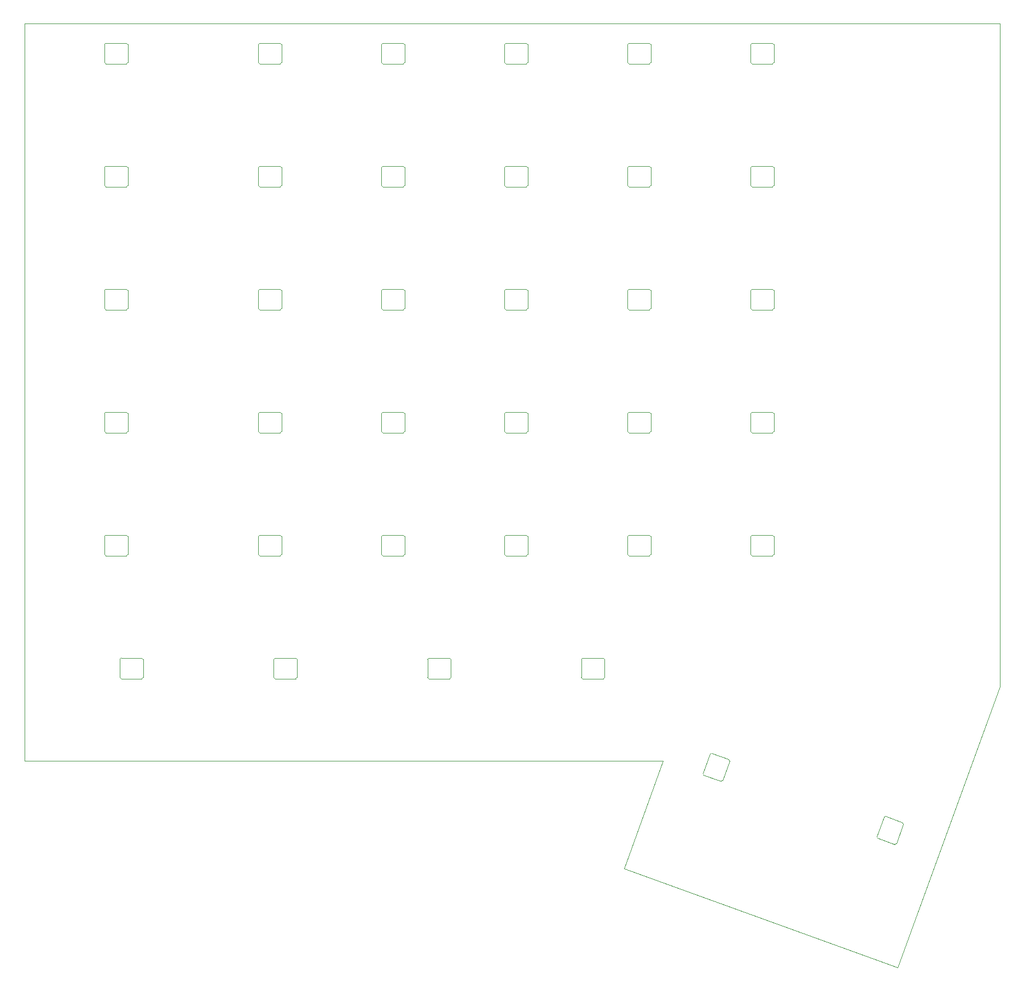
<source format=gbr>
G04 #@! TF.GenerationSoftware,KiCad,Pcbnew,(5.1.6)-1*
G04 #@! TF.CreationDate,2020-09-20T11:30:12-07:00*
G04 #@! TF.ProjectId,ortho_half,6f727468-6f5f-4686-916c-662e6b696361,rev?*
G04 #@! TF.SameCoordinates,Original*
G04 #@! TF.FileFunction,Profile,NP*
%FSLAX46Y46*%
G04 Gerber Fmt 4.6, Leading zero omitted, Abs format (unit mm)*
G04 Created by KiCad (PCBNEW (5.1.6)-1) date 2020-09-20 11:30:12*
%MOMM*%
%LPD*%
G01*
G04 APERTURE LIST*
G04 #@! TA.AperFunction,Profile*
%ADD10C,0.050000*%
G04 #@! TD*
G04 #@! TA.AperFunction,Profile*
%ADD11C,0.120000*%
G04 #@! TD*
G04 APERTURE END LIST*
D10*
X139974500Y-160545000D02*
X155812500Y-117040000D01*
X97643000Y-145247500D02*
X103708000Y-128587500D01*
X103708000Y-128587500D02*
X4876800Y-128587500D01*
X139974500Y-160545000D02*
X97643000Y-145247500D01*
X155812500Y-14400000D02*
X155812500Y-117040000D01*
X4876800Y-14400000D02*
X155812500Y-14400000D01*
X4876800Y-128587500D02*
X4876800Y-14400000D01*
D11*
X136800898Y-140300935D02*
X137895363Y-137293918D01*
X138151705Y-137174384D02*
X140782845Y-138132040D01*
X139807915Y-141395399D02*
X140902379Y-138388383D01*
X136920433Y-140557277D02*
X139551572Y-141514934D01*
X140782844Y-138132040D02*
G75*
G02*
X140902379Y-138388383I-68404J-187939D01*
G01*
X139807915Y-141395399D02*
G75*
G02*
X139551572Y-141514934I-187939J68404D01*
G01*
X137895363Y-137293918D02*
G75*
G02*
X138151705Y-137174384I187938J-68404D01*
G01*
X136920433Y-140557278D02*
G75*
G02*
X136800898Y-140300935I68404J187939D01*
G01*
X113980186Y-128589505D02*
X112885721Y-131596522D01*
X112629379Y-131716056D02*
X109998239Y-130758400D01*
X110973169Y-127495041D02*
X109878705Y-130502057D01*
X113860651Y-128333163D02*
X111229512Y-127375506D01*
X109998240Y-130758400D02*
G75*
G02*
X109878705Y-130502057I68404J187939D01*
G01*
X110973169Y-127495041D02*
G75*
G02*
X111229512Y-127375506I187939J-68404D01*
G01*
X112885721Y-131596522D02*
G75*
G02*
X112629379Y-131716056I-187938J68404D01*
G01*
X113860651Y-128333162D02*
G75*
G02*
X113980186Y-128589505I-68404J-187939D01*
G01*
X94668500Y-115662500D02*
G75*
G02*
X94468500Y-115862500I-200000J0D01*
G01*
X91268500Y-115862500D02*
G75*
G02*
X91068500Y-115662500I0J200000D01*
G01*
X94468500Y-112662500D02*
G75*
G02*
X94668500Y-112862500I0J-200000D01*
G01*
X91068500Y-112862500D02*
G75*
G02*
X91268500Y-112662500I200000J0D01*
G01*
X94668500Y-115662500D02*
X94668500Y-112862500D01*
X94468500Y-112662500D02*
X91268500Y-112662500D01*
X91068500Y-115662500D02*
X91068500Y-112862500D01*
X94468500Y-115862500D02*
X91268500Y-115862500D01*
X70856000Y-115662500D02*
G75*
G02*
X70656000Y-115862500I-200000J0D01*
G01*
X67456000Y-115862500D02*
G75*
G02*
X67256000Y-115662500I0J200000D01*
G01*
X70656000Y-112662500D02*
G75*
G02*
X70856000Y-112862500I0J-200000D01*
G01*
X67256000Y-112862500D02*
G75*
G02*
X67456000Y-112662500I200000J0D01*
G01*
X70856000Y-115662500D02*
X70856000Y-112862500D01*
X70656000Y-112662500D02*
X67456000Y-112662500D01*
X67256000Y-115662500D02*
X67256000Y-112862500D01*
X70656000Y-115862500D02*
X67456000Y-115862500D01*
X47043500Y-115662500D02*
G75*
G02*
X46843500Y-115862500I-200000J0D01*
G01*
X43643500Y-115862500D02*
G75*
G02*
X43443500Y-115662500I0J200000D01*
G01*
X46843500Y-112662500D02*
G75*
G02*
X47043500Y-112862500I0J-200000D01*
G01*
X43443500Y-112862500D02*
G75*
G02*
X43643500Y-112662500I200000J0D01*
G01*
X47043500Y-115662500D02*
X47043500Y-112862500D01*
X46843500Y-112662500D02*
X43643500Y-112662500D01*
X43443500Y-115662500D02*
X43443500Y-112862500D01*
X46843500Y-115862500D02*
X43643500Y-115862500D01*
X23231000Y-115662500D02*
G75*
G02*
X23031000Y-115862500I-200000J0D01*
G01*
X19831000Y-115862500D02*
G75*
G02*
X19631000Y-115662500I0J200000D01*
G01*
X23031000Y-112662500D02*
G75*
G02*
X23231000Y-112862500I0J-200000D01*
G01*
X19631000Y-112862500D02*
G75*
G02*
X19831000Y-112662500I200000J0D01*
G01*
X23231000Y-115662500D02*
X23231000Y-112862500D01*
X23031000Y-112662500D02*
X19831000Y-112662500D01*
X19631000Y-115662500D02*
X19631000Y-112862500D01*
X23031000Y-115862500D02*
X19831000Y-115862500D01*
X120862500Y-96612500D02*
G75*
G02*
X120662500Y-96812500I-200000J0D01*
G01*
X117462500Y-96812500D02*
G75*
G02*
X117262500Y-96612500I0J200000D01*
G01*
X120662500Y-93612500D02*
G75*
G02*
X120862500Y-93812500I0J-200000D01*
G01*
X117262500Y-93812500D02*
G75*
G02*
X117462500Y-93612500I200000J0D01*
G01*
X120862500Y-96612500D02*
X120862500Y-93812500D01*
X120662500Y-93612500D02*
X117462500Y-93612500D01*
X117262500Y-96612500D02*
X117262500Y-93812500D01*
X120662500Y-96812500D02*
X117462500Y-96812500D01*
X101812500Y-96612500D02*
G75*
G02*
X101612500Y-96812500I-200000J0D01*
G01*
X98412500Y-96812500D02*
G75*
G02*
X98212500Y-96612500I0J200000D01*
G01*
X101612500Y-93612500D02*
G75*
G02*
X101812500Y-93812500I0J-200000D01*
G01*
X98212500Y-93812500D02*
G75*
G02*
X98412500Y-93612500I200000J0D01*
G01*
X101812500Y-96612500D02*
X101812500Y-93812500D01*
X101612500Y-93612500D02*
X98412500Y-93612500D01*
X98212500Y-96612500D02*
X98212500Y-93812500D01*
X101612500Y-96812500D02*
X98412500Y-96812500D01*
X82762500Y-96612500D02*
G75*
G02*
X82562500Y-96812500I-200000J0D01*
G01*
X79362500Y-96812500D02*
G75*
G02*
X79162500Y-96612500I0J200000D01*
G01*
X82562500Y-93612500D02*
G75*
G02*
X82762500Y-93812500I0J-200000D01*
G01*
X79162500Y-93812500D02*
G75*
G02*
X79362500Y-93612500I200000J0D01*
G01*
X82762500Y-96612500D02*
X82762500Y-93812500D01*
X82562500Y-93612500D02*
X79362500Y-93612500D01*
X79162500Y-96612500D02*
X79162500Y-93812500D01*
X82562500Y-96812500D02*
X79362500Y-96812500D01*
X63712500Y-96612500D02*
G75*
G02*
X63512500Y-96812500I-200000J0D01*
G01*
X60312500Y-96812500D02*
G75*
G02*
X60112500Y-96612500I0J200000D01*
G01*
X63512500Y-93612500D02*
G75*
G02*
X63712500Y-93812500I0J-200000D01*
G01*
X60112500Y-93812500D02*
G75*
G02*
X60312500Y-93612500I200000J0D01*
G01*
X63712500Y-96612500D02*
X63712500Y-93812500D01*
X63512500Y-93612500D02*
X60312500Y-93612500D01*
X60112500Y-96612500D02*
X60112500Y-93812500D01*
X63512500Y-96812500D02*
X60312500Y-96812500D01*
X44662500Y-96612500D02*
G75*
G02*
X44462500Y-96812500I-200000J0D01*
G01*
X41262500Y-96812500D02*
G75*
G02*
X41062500Y-96612500I0J200000D01*
G01*
X44462500Y-93612500D02*
G75*
G02*
X44662500Y-93812500I0J-200000D01*
G01*
X41062500Y-93812500D02*
G75*
G02*
X41262500Y-93612500I200000J0D01*
G01*
X44662500Y-96612500D02*
X44662500Y-93812500D01*
X44462500Y-93612500D02*
X41262500Y-93612500D01*
X41062500Y-96612500D02*
X41062500Y-93812500D01*
X44462500Y-96812500D02*
X41262500Y-96812500D01*
X17250500Y-93812500D02*
G75*
G02*
X17450500Y-93612500I200000J0D01*
G01*
X20650500Y-93612500D02*
G75*
G02*
X20850500Y-93812500I0J-200000D01*
G01*
X17450500Y-96812500D02*
G75*
G02*
X17250500Y-96612500I0J200000D01*
G01*
X20850500Y-96612500D02*
G75*
G02*
X20650500Y-96812500I-200000J0D01*
G01*
X20650500Y-96812500D02*
X17450500Y-96812500D01*
X17250500Y-96612500D02*
X17250500Y-93812500D01*
X20650500Y-93612500D02*
X17450500Y-93612500D01*
X20850500Y-96612500D02*
X20850500Y-93812500D01*
X120862500Y-77562500D02*
G75*
G02*
X120662500Y-77762500I-200000J0D01*
G01*
X117462500Y-77762500D02*
G75*
G02*
X117262500Y-77562500I0J200000D01*
G01*
X120662500Y-74562500D02*
G75*
G02*
X120862500Y-74762500I0J-200000D01*
G01*
X117262500Y-74762500D02*
G75*
G02*
X117462500Y-74562500I200000J0D01*
G01*
X120862500Y-77562500D02*
X120862500Y-74762500D01*
X120662500Y-74562500D02*
X117462500Y-74562500D01*
X117262500Y-77562500D02*
X117262500Y-74762500D01*
X120662500Y-77762500D02*
X117462500Y-77762500D01*
X101812500Y-77562500D02*
G75*
G02*
X101612500Y-77762500I-200000J0D01*
G01*
X98412500Y-77762500D02*
G75*
G02*
X98212500Y-77562500I0J200000D01*
G01*
X101612500Y-74562500D02*
G75*
G02*
X101812500Y-74762500I0J-200000D01*
G01*
X98212500Y-74762500D02*
G75*
G02*
X98412500Y-74562500I200000J0D01*
G01*
X101812500Y-77562500D02*
X101812500Y-74762500D01*
X101612500Y-74562500D02*
X98412500Y-74562500D01*
X98212500Y-77562500D02*
X98212500Y-74762500D01*
X101612500Y-77762500D02*
X98412500Y-77762500D01*
X82762500Y-77562500D02*
G75*
G02*
X82562500Y-77762500I-200000J0D01*
G01*
X79362500Y-77762500D02*
G75*
G02*
X79162500Y-77562500I0J200000D01*
G01*
X82562500Y-74562500D02*
G75*
G02*
X82762500Y-74762500I0J-200000D01*
G01*
X79162500Y-74762500D02*
G75*
G02*
X79362500Y-74562500I200000J0D01*
G01*
X82762500Y-77562500D02*
X82762500Y-74762500D01*
X82562500Y-74562500D02*
X79362500Y-74562500D01*
X79162500Y-77562500D02*
X79162500Y-74762500D01*
X82562500Y-77762500D02*
X79362500Y-77762500D01*
X63712500Y-77562500D02*
G75*
G02*
X63512500Y-77762500I-200000J0D01*
G01*
X60312500Y-77762500D02*
G75*
G02*
X60112500Y-77562500I0J200000D01*
G01*
X63512500Y-74562500D02*
G75*
G02*
X63712500Y-74762500I0J-200000D01*
G01*
X60112500Y-74762500D02*
G75*
G02*
X60312500Y-74562500I200000J0D01*
G01*
X63712500Y-77562500D02*
X63712500Y-74762500D01*
X63512500Y-74562500D02*
X60312500Y-74562500D01*
X60112500Y-77562500D02*
X60112500Y-74762500D01*
X63512500Y-77762500D02*
X60312500Y-77762500D01*
X44662500Y-77562500D02*
G75*
G02*
X44462500Y-77762500I-200000J0D01*
G01*
X41262500Y-77762500D02*
G75*
G02*
X41062500Y-77562500I0J200000D01*
G01*
X44462500Y-74562500D02*
G75*
G02*
X44662500Y-74762500I0J-200000D01*
G01*
X41062500Y-74762500D02*
G75*
G02*
X41262500Y-74562500I200000J0D01*
G01*
X44662500Y-77562500D02*
X44662500Y-74762500D01*
X44462500Y-74562500D02*
X41262500Y-74562500D01*
X41062500Y-77562500D02*
X41062500Y-74762500D01*
X44462500Y-77762500D02*
X41262500Y-77762500D01*
X17250500Y-74762500D02*
G75*
G02*
X17450500Y-74562500I200000J0D01*
G01*
X20650500Y-74562500D02*
G75*
G02*
X20850500Y-74762500I0J-200000D01*
G01*
X17450500Y-77762500D02*
G75*
G02*
X17250500Y-77562500I0J200000D01*
G01*
X20850500Y-77562500D02*
G75*
G02*
X20650500Y-77762500I-200000J0D01*
G01*
X20650500Y-77762500D02*
X17450500Y-77762500D01*
X17250500Y-77562500D02*
X17250500Y-74762500D01*
X20650500Y-74562500D02*
X17450500Y-74562500D01*
X20850500Y-77562500D02*
X20850500Y-74762500D01*
X120862500Y-58512500D02*
G75*
G02*
X120662500Y-58712500I-200000J0D01*
G01*
X117462500Y-58712500D02*
G75*
G02*
X117262500Y-58512500I0J200000D01*
G01*
X120662500Y-55512500D02*
G75*
G02*
X120862500Y-55712500I0J-200000D01*
G01*
X117262500Y-55712500D02*
G75*
G02*
X117462500Y-55512500I200000J0D01*
G01*
X120862500Y-58512500D02*
X120862500Y-55712500D01*
X120662500Y-55512500D02*
X117462500Y-55512500D01*
X117262500Y-58512500D02*
X117262500Y-55712500D01*
X120662500Y-58712500D02*
X117462500Y-58712500D01*
X101812500Y-58512500D02*
G75*
G02*
X101612500Y-58712500I-200000J0D01*
G01*
X98412500Y-58712500D02*
G75*
G02*
X98212500Y-58512500I0J200000D01*
G01*
X101612500Y-55512500D02*
G75*
G02*
X101812500Y-55712500I0J-200000D01*
G01*
X98212500Y-55712500D02*
G75*
G02*
X98412500Y-55512500I200000J0D01*
G01*
X101812500Y-58512500D02*
X101812500Y-55712500D01*
X101612500Y-55512500D02*
X98412500Y-55512500D01*
X98212500Y-58512500D02*
X98212500Y-55712500D01*
X101612500Y-58712500D02*
X98412500Y-58712500D01*
X82762500Y-58512500D02*
G75*
G02*
X82562500Y-58712500I-200000J0D01*
G01*
X79362500Y-58712500D02*
G75*
G02*
X79162500Y-58512500I0J200000D01*
G01*
X82562500Y-55512500D02*
G75*
G02*
X82762500Y-55712500I0J-200000D01*
G01*
X79162500Y-55712500D02*
G75*
G02*
X79362500Y-55512500I200000J0D01*
G01*
X82762500Y-58512500D02*
X82762500Y-55712500D01*
X82562500Y-55512500D02*
X79362500Y-55512500D01*
X79162500Y-58512500D02*
X79162500Y-55712500D01*
X82562500Y-58712500D02*
X79362500Y-58712500D01*
X63712500Y-58512500D02*
G75*
G02*
X63512500Y-58712500I-200000J0D01*
G01*
X60312500Y-58712500D02*
G75*
G02*
X60112500Y-58512500I0J200000D01*
G01*
X63512500Y-55512500D02*
G75*
G02*
X63712500Y-55712500I0J-200000D01*
G01*
X60112500Y-55712500D02*
G75*
G02*
X60312500Y-55512500I200000J0D01*
G01*
X63712500Y-58512500D02*
X63712500Y-55712500D01*
X63512500Y-55512500D02*
X60312500Y-55512500D01*
X60112500Y-58512500D02*
X60112500Y-55712500D01*
X63512500Y-58712500D02*
X60312500Y-58712500D01*
X44662500Y-58512500D02*
G75*
G02*
X44462500Y-58712500I-200000J0D01*
G01*
X41262500Y-58712500D02*
G75*
G02*
X41062500Y-58512500I0J200000D01*
G01*
X44462500Y-55512500D02*
G75*
G02*
X44662500Y-55712500I0J-200000D01*
G01*
X41062500Y-55712500D02*
G75*
G02*
X41262500Y-55512500I200000J0D01*
G01*
X44662500Y-58512500D02*
X44662500Y-55712500D01*
X44462500Y-55512500D02*
X41262500Y-55512500D01*
X41062500Y-58512500D02*
X41062500Y-55712500D01*
X44462500Y-58712500D02*
X41262500Y-58712500D01*
X17250500Y-55712500D02*
G75*
G02*
X17450500Y-55512500I200000J0D01*
G01*
X20650500Y-55512500D02*
G75*
G02*
X20850500Y-55712500I0J-200000D01*
G01*
X17450500Y-58712500D02*
G75*
G02*
X17250500Y-58512500I0J200000D01*
G01*
X20850500Y-58512500D02*
G75*
G02*
X20650500Y-58712500I-200000J0D01*
G01*
X20650500Y-58712500D02*
X17450500Y-58712500D01*
X17250500Y-58512500D02*
X17250500Y-55712500D01*
X20650500Y-55512500D02*
X17450500Y-55512500D01*
X20850500Y-58512500D02*
X20850500Y-55712500D01*
X120862500Y-39462500D02*
G75*
G02*
X120662500Y-39662500I-200000J0D01*
G01*
X117462500Y-39662500D02*
G75*
G02*
X117262500Y-39462500I0J200000D01*
G01*
X120662500Y-36462500D02*
G75*
G02*
X120862500Y-36662500I0J-200000D01*
G01*
X117262500Y-36662500D02*
G75*
G02*
X117462500Y-36462500I200000J0D01*
G01*
X120862500Y-39462500D02*
X120862500Y-36662500D01*
X120662500Y-36462500D02*
X117462500Y-36462500D01*
X117262500Y-39462500D02*
X117262500Y-36662500D01*
X120662500Y-39662500D02*
X117462500Y-39662500D01*
X101812500Y-39462500D02*
G75*
G02*
X101612500Y-39662500I-200000J0D01*
G01*
X98412500Y-39662500D02*
G75*
G02*
X98212500Y-39462500I0J200000D01*
G01*
X101612500Y-36462500D02*
G75*
G02*
X101812500Y-36662500I0J-200000D01*
G01*
X98212500Y-36662500D02*
G75*
G02*
X98412500Y-36462500I200000J0D01*
G01*
X101812500Y-39462500D02*
X101812500Y-36662500D01*
X101612500Y-36462500D02*
X98412500Y-36462500D01*
X98212500Y-39462500D02*
X98212500Y-36662500D01*
X101612500Y-39662500D02*
X98412500Y-39662500D01*
X82762500Y-39462500D02*
G75*
G02*
X82562500Y-39662500I-200000J0D01*
G01*
X79362500Y-39662500D02*
G75*
G02*
X79162500Y-39462500I0J200000D01*
G01*
X82562500Y-36462500D02*
G75*
G02*
X82762500Y-36662500I0J-200000D01*
G01*
X79162500Y-36662500D02*
G75*
G02*
X79362500Y-36462500I200000J0D01*
G01*
X82762500Y-39462500D02*
X82762500Y-36662500D01*
X82562500Y-36462500D02*
X79362500Y-36462500D01*
X79162500Y-39462500D02*
X79162500Y-36662500D01*
X82562500Y-39662500D02*
X79362500Y-39662500D01*
X63712500Y-39462500D02*
G75*
G02*
X63512500Y-39662500I-200000J0D01*
G01*
X60312500Y-39662500D02*
G75*
G02*
X60112500Y-39462500I0J200000D01*
G01*
X63512500Y-36462500D02*
G75*
G02*
X63712500Y-36662500I0J-200000D01*
G01*
X60112500Y-36662500D02*
G75*
G02*
X60312500Y-36462500I200000J0D01*
G01*
X63712500Y-39462500D02*
X63712500Y-36662500D01*
X63512500Y-36462500D02*
X60312500Y-36462500D01*
X60112500Y-39462500D02*
X60112500Y-36662500D01*
X63512500Y-39662500D02*
X60312500Y-39662500D01*
X44662500Y-39462500D02*
G75*
G02*
X44462500Y-39662500I-200000J0D01*
G01*
X41262500Y-39662500D02*
G75*
G02*
X41062500Y-39462500I0J200000D01*
G01*
X44462500Y-36462500D02*
G75*
G02*
X44662500Y-36662500I0J-200000D01*
G01*
X41062500Y-36662500D02*
G75*
G02*
X41262500Y-36462500I200000J0D01*
G01*
X44662500Y-39462500D02*
X44662500Y-36662500D01*
X44462500Y-36462500D02*
X41262500Y-36462500D01*
X41062500Y-39462500D02*
X41062500Y-36662500D01*
X44462500Y-39662500D02*
X41262500Y-39662500D01*
X17250500Y-36662500D02*
G75*
G02*
X17450500Y-36462500I200000J0D01*
G01*
X20650500Y-36462500D02*
G75*
G02*
X20850500Y-36662500I0J-200000D01*
G01*
X17450500Y-39662500D02*
G75*
G02*
X17250500Y-39462500I0J200000D01*
G01*
X20850500Y-39462500D02*
G75*
G02*
X20650500Y-39662500I-200000J0D01*
G01*
X20650500Y-39662500D02*
X17450500Y-39662500D01*
X17250500Y-39462500D02*
X17250500Y-36662500D01*
X20650500Y-36462500D02*
X17450500Y-36462500D01*
X20850500Y-39462500D02*
X20850500Y-36662500D01*
X120862500Y-20412500D02*
G75*
G02*
X120662500Y-20612500I-200000J0D01*
G01*
X117462500Y-20612500D02*
G75*
G02*
X117262500Y-20412500I0J200000D01*
G01*
X120662500Y-17412500D02*
G75*
G02*
X120862500Y-17612500I0J-200000D01*
G01*
X117262500Y-17612500D02*
G75*
G02*
X117462500Y-17412500I200000J0D01*
G01*
X120862500Y-20412500D02*
X120862500Y-17612500D01*
X120662500Y-17412500D02*
X117462500Y-17412500D01*
X117262500Y-20412500D02*
X117262500Y-17612500D01*
X120662500Y-20612500D02*
X117462500Y-20612500D01*
X101812500Y-20412500D02*
G75*
G02*
X101612500Y-20612500I-200000J0D01*
G01*
X98412500Y-20612500D02*
G75*
G02*
X98212500Y-20412500I0J200000D01*
G01*
X101612500Y-17412500D02*
G75*
G02*
X101812500Y-17612500I0J-200000D01*
G01*
X98212500Y-17612500D02*
G75*
G02*
X98412500Y-17412500I200000J0D01*
G01*
X101812500Y-20412500D02*
X101812500Y-17612500D01*
X101612500Y-17412500D02*
X98412500Y-17412500D01*
X98212500Y-20412500D02*
X98212500Y-17612500D01*
X101612500Y-20612500D02*
X98412500Y-20612500D01*
X82762500Y-20412500D02*
G75*
G02*
X82562500Y-20612500I-200000J0D01*
G01*
X79362500Y-20612500D02*
G75*
G02*
X79162500Y-20412500I0J200000D01*
G01*
X82562500Y-17412500D02*
G75*
G02*
X82762500Y-17612500I0J-200000D01*
G01*
X79162500Y-17612500D02*
G75*
G02*
X79362500Y-17412500I200000J0D01*
G01*
X82762500Y-20412500D02*
X82762500Y-17612500D01*
X82562500Y-17412500D02*
X79362500Y-17412500D01*
X79162500Y-20412500D02*
X79162500Y-17612500D01*
X82562500Y-20612500D02*
X79362500Y-20612500D01*
X63712500Y-20412500D02*
G75*
G02*
X63512500Y-20612500I-200000J0D01*
G01*
X60312500Y-20612500D02*
G75*
G02*
X60112500Y-20412500I0J200000D01*
G01*
X63512500Y-17412500D02*
G75*
G02*
X63712500Y-17612500I0J-200000D01*
G01*
X60112500Y-17612500D02*
G75*
G02*
X60312500Y-17412500I200000J0D01*
G01*
X63712500Y-20412500D02*
X63712500Y-17612500D01*
X63512500Y-17412500D02*
X60312500Y-17412500D01*
X60112500Y-20412500D02*
X60112500Y-17612500D01*
X63512500Y-20612500D02*
X60312500Y-20612500D01*
X44662500Y-20412500D02*
G75*
G02*
X44462500Y-20612500I-200000J0D01*
G01*
X41262500Y-20612500D02*
G75*
G02*
X41062500Y-20412500I0J200000D01*
G01*
X44462500Y-17412500D02*
G75*
G02*
X44662500Y-17612500I0J-200000D01*
G01*
X41062500Y-17612500D02*
G75*
G02*
X41262500Y-17412500I200000J0D01*
G01*
X44662500Y-20412500D02*
X44662500Y-17612500D01*
X44462500Y-17412500D02*
X41262500Y-17412500D01*
X41062500Y-20412500D02*
X41062500Y-17612500D01*
X44462500Y-20612500D02*
X41262500Y-20612500D01*
X17250500Y-17612500D02*
G75*
G02*
X17450500Y-17412500I200000J0D01*
G01*
X20650500Y-17412500D02*
G75*
G02*
X20850500Y-17612500I0J-200000D01*
G01*
X17450500Y-20612500D02*
G75*
G02*
X17250500Y-20412500I0J200000D01*
G01*
X20850500Y-20412500D02*
G75*
G02*
X20650500Y-20612500I-200000J0D01*
G01*
X20650500Y-20612500D02*
X17450500Y-20612500D01*
X17250500Y-20412500D02*
X17250500Y-17612500D01*
X20650500Y-17412500D02*
X17450500Y-17412500D01*
X20850500Y-20412500D02*
X20850500Y-17612500D01*
M02*

</source>
